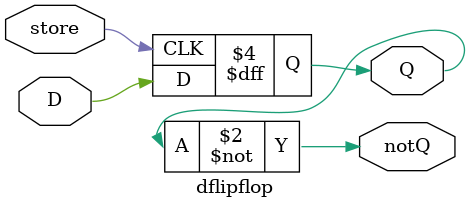
<source format=v>
module dflipflop(
    input D, store,
    output reg Q, 
    output notQ
);

    initial begin
        Q <= 0;
    end
    always @(posedge store) begin
        if(store)
            Q <= D;
    end
    
    assign notQ = ~Q;

endmodule
</source>
